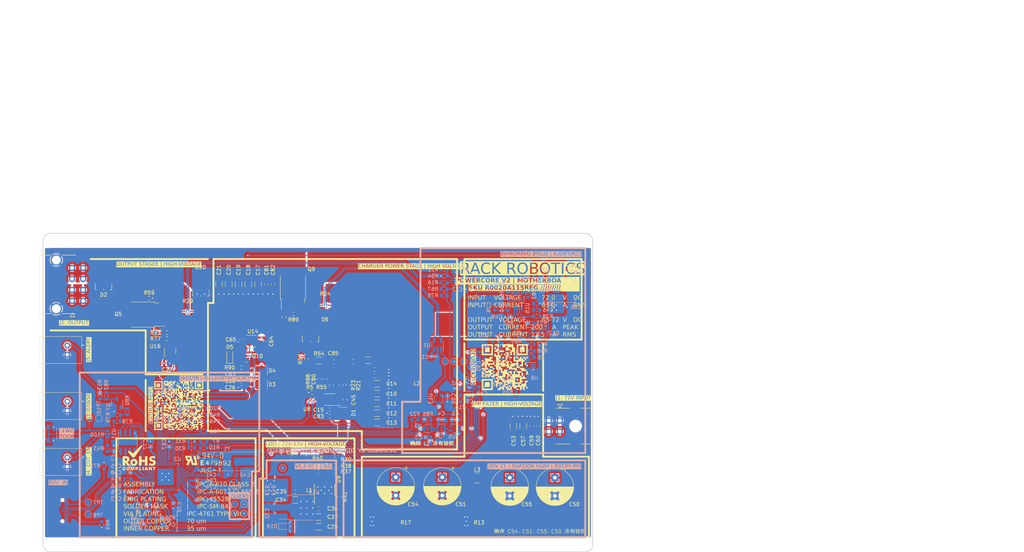
<source format=kicad_pcb>
(kicad_pcb (version 20221018) (generator pcbnew)

  (general
    (thickness 1.64)
  )

  (paper "A3")
  (title_block
    (title "PC-02 EDM PULSE GENERATOR")
    (company "DRAGONFLY POWER SYSTEMS")
  )

  (layers
    (0 "F.Cu" signal)
    (1 "In1.Cu" power)
    (2 "In2.Cu" signal)
    (3 "In3.Cu" signal)
    (4 "In4.Cu" power)
    (31 "B.Cu" signal)
    (32 "B.Adhes" user "B.Adhesive")
    (33 "F.Adhes" user "F.Adhesive")
    (34 "B.Paste" user)
    (35 "F.Paste" user)
    (36 "B.SilkS" user "B.Silkscreen")
    (37 "F.SilkS" user "F.Silkscreen")
    (38 "B.Mask" user)
    (39 "F.Mask" user)
    (40 "Dwgs.User" user "User.Drawings")
    (41 "Cmts.User" user "User.Comments")
    (42 "Eco1.User" user "User.Eco1")
    (43 "Eco2.User" user "User.Eco2")
    (44 "Edge.Cuts" user)
    (45 "Margin" user)
    (46 "B.CrtYd" user "B.Courtyard")
    (47 "F.CrtYd" user "F.Courtyard")
    (48 "B.Fab" user)
    (49 "F.Fab" user)
    (50 "User.1" user)
    (51 "User.2" user)
    (52 "User.3" user)
    (53 "User.4" user)
    (54 "User.5" user)
    (55 "User.6" user)
    (56 "User.7" user)
    (57 "User.8" user)
    (58 "User.9" user)
  )

  (setup
    (stackup
      (layer "F.SilkS" (type "Top Silk Screen") (color "White"))
      (layer "F.Paste" (type "Top Solder Paste"))
      (layer "F.Mask" (type "Top Solder Mask") (color "#000000CC") (thickness 0.01))
      (layer "F.Cu" (type "copper") (thickness 0.07))
      (layer "dielectric 1" (type "prepreg") (thickness 0.18) (material "FR4") (epsilon_r 4.29) (loss_tangent 0.02))
      (layer "In1.Cu" (type "copper") (thickness 0.035))
      (layer "dielectric 2" (type "core") (thickness 0.4) (material "FR4") (epsilon_r 4.29) (loss_tangent 0.02))
      (layer "In2.Cu" (type "copper") (thickness 0.035))
      (layer "dielectric 3" (type "prepreg") (thickness 0.18) (material "FR4") (epsilon_r 4.29) (loss_tangent 0.02))
      (layer "In3.Cu" (type "copper") (thickness 0.035))
      (layer "dielectric 4" (type "core") (thickness 0.4) (material "FR4") (epsilon_r 4.29) (loss_tangent 0.02))
      (layer "In4.Cu" (type "copper") (thickness 0.035))
      (layer "dielectric 5" (type "prepreg") (thickness 0.18) (material "FR4") (epsilon_r 4.29) (loss_tangent 0.02))
      (layer "B.Cu" (type "copper") (thickness 0.07))
      (layer "B.Mask" (type "Bottom Solder Mask") (color "#000000CC") (thickness 0.01))
      (layer "B.Paste" (type "Bottom Solder Paste"))
      (layer "B.SilkS" (type "Bottom Silk Screen") (color "White"))
      (copper_finish "ENIG")
      (dielectric_constraints no)
    )
    (pad_to_mask_clearance 0.0508)
    (solder_mask_min_width 0.0762)
    (aux_axis_origin 126.999998 193.999998)
    (pcbplotparams
      (layerselection 0x00010fc_ffffffff)
      (plot_on_all_layers_selection 0x0000000_00000000)
      (disableapertmacros false)
      (usegerberextensions true)
      (usegerberattributes false)
      (usegerberadvancedattributes false)
      (creategerberjobfile false)
      (dashed_line_dash_ratio 12.000000)
      (dashed_line_gap_ratio 3.000000)
      (svgprecision 4)
      (plotframeref false)
      (viasonmask false)
      (mode 1)
      (useauxorigin true)
      (hpglpennumber 1)
      (hpglpenspeed 20)
      (hpglpendiameter 15.000000)
      (dxfpolygonmode true)
      (dxfimperialunits true)
      (dxfusepcbnewfont true)
      (psnegative false)
      (psa4output false)
      (plotreference false)
      (plotvalue false)
      (plotinvisibletext false)
      (sketchpadsonfab false)
      (subtractmaskfromsilk true)
      (outputformat 1)
      (mirror false)
      (drillshape 0)
      (scaleselection 1)
      (outputdirectory "Gerbers/")
    )
  )

  (net 0 "")
  (net 1 "+3V3")
  (net 2 "GND")
  (net 3 "/CONTROLS/V_SENSE_FILTERED")
  (net 4 "/CONTROLS/V_SLOPE")
  (net 5 "VBUS")
  (net 6 "+12V")
  (net 7 "/CHARGER_POWER_STAGE/CHARGER_TEMP")
  (net 8 "/CONTROLS/CURRENT_TRIP")
  (net 9 "Net-(R49-Pad2)")
  (net 10 "/CONTROLS/OUTPUT_ISENSE_MICRO")
  (net 11 "Net-(Q10A-G)")
  (net 12 "Net-(U4-Pad2)")
  (net 13 "Net-(U8-IN)")
  (net 14 "+1V1")
  (net 15 "/MICRO/OUTPUT_STAGE_TEMP")
  (net 16 "/CHARGER_POWER_STAGE/VCAP")
  (net 17 "Net-(D7-A{slash}K)")
  (net 18 "/CONTROLS/CC_I_LIMIT")
  (net 19 "Net-(U9-BST)")
  (net 20 "Net-(U9-SW)")
  (net 21 "Net-(C38-Pad1)")
  (net 22 "Net-(U9-FB)")
  (net 23 "Net-(C40-Pad1)")
  (net 24 "/MICRO/XIN")
  (net 25 "/CONTROLS/V_CAP_SET")
  (net 26 "/CHARGER_POWER_STAGE/VSW")
  (net 27 "/CONTROLS/SLOPE_GENERATION/I_LIMIT_ADJUSTED")
  (net 28 "+5V")
  (net 29 "VDC")
  (net 30 "Net-(U7A--)")
  (net 31 "Net-(D3-K)")
  (net 32 "Net-(D5-A)")
  (net 33 "/CHARGER_POWER_STAGE/VHB_DIODE")
  (net 34 "/CHARGER_POWER_STAGE/VS_DIODE")
  (net 35 "Net-(Q3-G)")
  (net 36 "Net-(C84-Pad1)")
  (net 37 "Net-(C85-Pad2)")
  (net 38 "Net-(D1-K)")
  (net 39 "/CONNECTORS/ELECTRODE_-")
  (net 40 "Net-(D5-K)")
  (net 41 "/CONNECTORS/OUTPUT_ISENSE")
  (net 42 "/CONNECTORS/CUT_EN")
  (net 43 "/CONNECTORS/SHORT_ALERT")
  (net 44 "Net-(J6-VBUS-PadA4)")
  (net 45 "/CONNECTORS/USB_D_N")
  (net 46 "/CONNECTORS/USB_D_P")
  (net 47 "Net-(J6-CC1)")
  (net 48 "Net-(L2-Pad1)")
  (net 49 "/CONTROLS/OUTPUT_SHUNT_+")
  (net 50 "unconnected-(J6-SBU1-PadA8)")
  (net 51 "/CHARGER_POWER_STAGE/V_SHUNT_+")
  (net 52 "/CHARGER_POWER_STAGE/V_SHUNT_-")
  (net 53 "Net-(Q1-G)")
  (net 54 "Net-(Q2-G)")
  (net 55 "Net-(Q2-S)")
  (net 56 "Net-(Q2-D)")
  (net 57 "Net-(U16-IN)")
  (net 58 "Net-(U16-HO)")
  (net 59 "Net-(Q5-G)")
  (net 60 "Net-(Q7-G)")
  (net 61 "Net-(Q7-D)")
  (net 62 "/CHARGER_POWER_STAGE/VGH")
  (net 63 "Net-(Q9-G)")
  (net 64 "Net-(Q11-G)")
  (net 65 "Net-(U13-+)")
  (net 66 "Net-(U3-D)")
  (net 67 "Net-(U3-~{CLR})")
  (net 68 "/CONTROLS/CC_SLOPE_BLANKING")
  (net 69 "Net-(U6B-+)")
  (net 70 "/CHARGER_POWER_STAGE/CC_CHARGER_EN")
  (net 71 "/CONTROLS/SPARK_THRESHOLD_PWM")
  (net 72 "/MICRO/P_USB_P")
  (net 73 "/CONTROLS/OUTPUT_CURRENT_TRIP")
  (net 74 "Net-(R15-Pad2)")
  (net 75 "/MICRO/P_USB_N")
  (net 76 "Net-(J6-CC2)")
  (net 77 "Net-(U8-EN)")
  (net 78 "Net-(U8-HO)")
  (net 79 "/CHARGER_POWER_STAGE/CC_CHARGER_HI")
  (net 80 "/CHARGER_POWER_STAGE/VG_DIODE")
  (net 81 "/MICRO/OUTPUT_EN")
  (net 82 "/CONTROLS/CC_I_LIMIT_PWM")
  (net 83 "/CONTROLS/V_CAP_SET_PWM")
  (net 84 "Net-(R33-Pad1)")
  (net 85 "Net-(R38-Pad2)")
  (net 86 "Net-(U9-RT)")
  (net 87 "/MICRO/QSPI_SS")
  (net 88 "/CONTROLS/CC_CLK")
  (net 89 "Net-(U3-C)")
  (net 90 "Net-(U15A--)")
  (net 91 "unconnected-(J6-SBU2-PadB8)")
  (net 92 "/CONTROLS/VSENSE_TRIP")
  (net 93 "unconnected-(U6-Pad1)")
  (net 94 "/CONTROLS/CC_PWM_nEN")
  (net 95 "Net-(U15A-+)")
  (net 96 "Net-(U8-RDT)")
  (net 97 "Net-(U8-LO)")
  (net 98 "Net-(U15B-+)")
  (net 99 "Net-(U15B--)")
  (net 100 "Net-(R78-Pad2)")
  (net 101 "/MICRO/CUT_nEN")
  (net 102 "/CHARGER_POWER_STAGE/DIODE_ON")
  (net 103 "Net-(U14-IN)")
  (net 104 "/CHARGER_POWER_STAGE/GATE_BIAS_CLK")
  (net 105 "Net-(R100-Pad2)")
  (net 106 "/MICRO/XOUT")
  (net 107 "/CONNECTORS/SWCLK")
  (net 108 "/CONNECTORS/SWDIO")
  (net 109 "unconnected-(U2-GPIO23-Pad35)")
  (net 110 "unconnected-(U2-GPIO24-Pad36)")
  (net 111 "unconnected-(U2-GPIO16-Pad27)")
  (net 112 "unconnected-(U2-GPIO17-Pad28)")
  (net 113 "unconnected-(U2-GPIO18-Pad29)")
  (net 114 "unconnected-(U2-GPIO19-Pad30)")
  (net 115 "unconnected-(U2-GPIO20-Pad31)")
  (net 116 "unconnected-(U2-GPIO21-Pad32)")
  (net 117 "unconnected-(U2-GPIO22-Pad34)")
  (net 118 "unconnected-(U2-GPIO25-Pad37)")
  (net 119 "Net-(U11-~{RST}(IO3))")
  (net 120 "Net-(U11-CLK)")
  (net 121 "Net-(U11-DI(IO0))")
  (net 122 "Net-(U11-~{WP}(IO2))")
  (net 123 "Net-(U11-DO(IO1))")
  (net 124 "unconnected-(U8-NC-Pad5)")
  (net 125 "unconnected-(U9-PGOOD-Pad6)")
  (net 126 "Net-(U17A-+)")
  (net 127 "Net-(U17A--)")
  (net 128 "/CONTROLS/VSENSE_BUFFERED")
  (net 129 "Net-(C51-Pad2)")
  (net 130 "Net-(R62-Pad1)")
  (net 131 "Net-(D7-A)")
  (net 132 "Net-(D7-K)")
  (net 133 "unconnected-(U17-Pad7)")
  (net 134 "Net-(J5-Pad1)")
  (net 135 "Net-(Q5-S)")
  (net 136 "/CONTROLS/OUTPUT_SHUNT_-")
  (net 137 "Net-(D19-K)")
  (net 138 "unconnected-(U2-GPIO7-Pad9)")
  (net 139 "unconnected-(U2-GPIO8-Pad11)")

  (footprint "NET_TIES:NET_TIE_SMD_10mil" (layer "F.Cu") (at 202.039 126.619 180))

  (footprint "SMD_INDUCTORS:PQ2617BHA" (layer "F.Cu") (at 229.108 131.826 -90))

  (footprint "CONNECTORS:0430450822" (layer "F.Cu") (at 130.599998 120.914999 -90))

  (footprint "SMD_INDUCTORS:VLS6045EX" (layer "F.Cu") (at 196.849998 172.823998 180))

  (footprint "Capacitor_SMD:C_0603_1608Metric" (layer "F.Cu") (at 181.102 145.415 180))

  (footprint "Capacitor_SMD:C_0603_1608Metric" (layer "F.Cu") (at 194.817998 168.251998 180))

  (footprint "CONNECTORS:S2B-XH-A-1" (layer "F.Cu") (at 133.61432 154.149998 90))

  (footprint "Capacitor_SMD:C_0603_1608Metric" (layer "F.Cu") (at 209.423 152.4 90))

  (footprint "Capacitor_SMD:C_0603_1608Metric" (layer "F.Cu") (at 262.128 159.639 90))

  (footprint "Capacitor_SMD:C_0603_1608Metric" (layer "F.Cu") (at 187.5155 136.398 -90))

  (footprint "GRAPHICS:powercore_version_2.0_micro" (layer "F.Cu") (at 186 190))

  (footprint "Resistor_SMD:R_1206_3216Metric" (layer "F.Cu") (at 215.725 141.632 180))

  (footprint "Capacitor_SMD:C_1206_3216Metric" (layer "F.Cu") (at 218.186 148.082))

  (footprint "DFN_QFN:INFINEON_TSDSON-8-25" (layer "F.Cu") (at 211.471 144.878 -90))

  (footprint "Capacitor_SMD:C_0603_1608Metric" (layer "F.Cu") (at 160.795 142.437998))

  (footprint "NET_TIES:NET_TIE_SMD_10mil" (layer "F.Cu") (at 164.447001 128.270001 180))

  (footprint "Resistor_SMD:R_0603_1608Metric" (layer "F.Cu") (at 206.629 172.085 180))

  (footprint "Capacitor_SMD:C_0603_1608Metric" (layer "F.Cu") (at 181.1655 135.89 -90))

  (footprint "Resistor_SMD:R_0603_1608Metric" (layer "F.Cu") (at 208.37 148.434 -90))

  (footprint "Resistor_SMD:R_0603_1608Metric" (layer "F.Cu") (at 195.32 129.041))

  (footprint "Capacitor_SMD:C_1206_3216Metric" (layer "F.Cu") (at 255.397 159.639 90))

  (footprint "Resistor_SMD:R_0603_1608Metric" (layer "F.Cu") (at 205.703 148.434 90))

  (footprint "Package_TO_SOT_SMD:TO-277A" (layer "F.Cu")
    (tstamp 34fc78c3-d036-4ccb-9577-17e5e6951438)
    (at 143.51 119.155 180)
    (descr "Thermal enhanced ultra thin SMD package; 3 leads; body: 4.3x6.1x0.43mm, https://www.vishay.com/docs/95570/to-277asmpc.pdf")
    (tags "TO-277A SMPC")
    (property "If" "10A")
    (property "Manufacturer" "Vishay")
    (property "Part Number" "SS10PH10-M3/87A")
    (property "Sheetfile" "OUTPUT_STAGE.kicad_sch")
    (property "Sheetname" "OUTPUT_STAGE")
    (property "Vr" "100V")
    (property "ki_description" "DIO
... [4999144 chars truncated]
</source>
